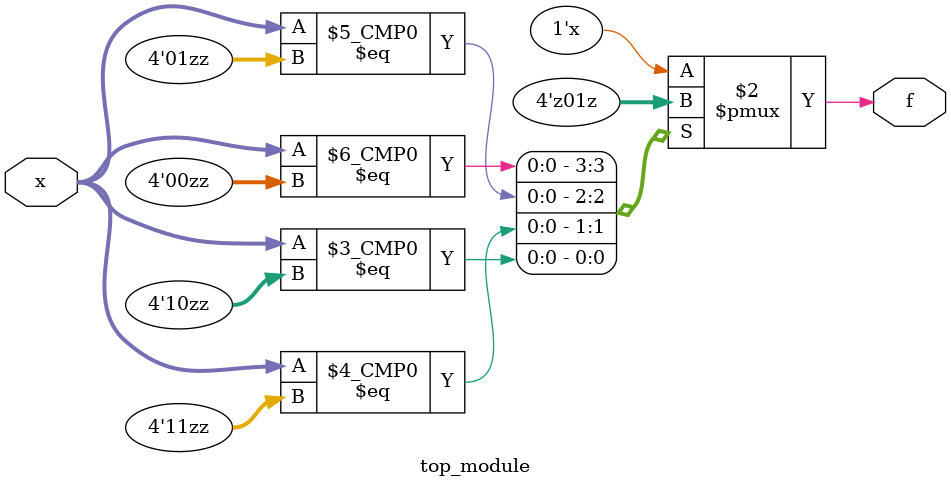
<source format=sv>
module top_module (
	input [4:1] x,
	output logic f
);

always_comb begin
	case(x)
		4'b00??: f = 1'b?; // don't care
		4'b01??: f = 1'b0; 
		4'b11??: f = 1'b1;
		4'b10??: f = 1'b?; // don't care
	endcase
end

endmodule

</source>
